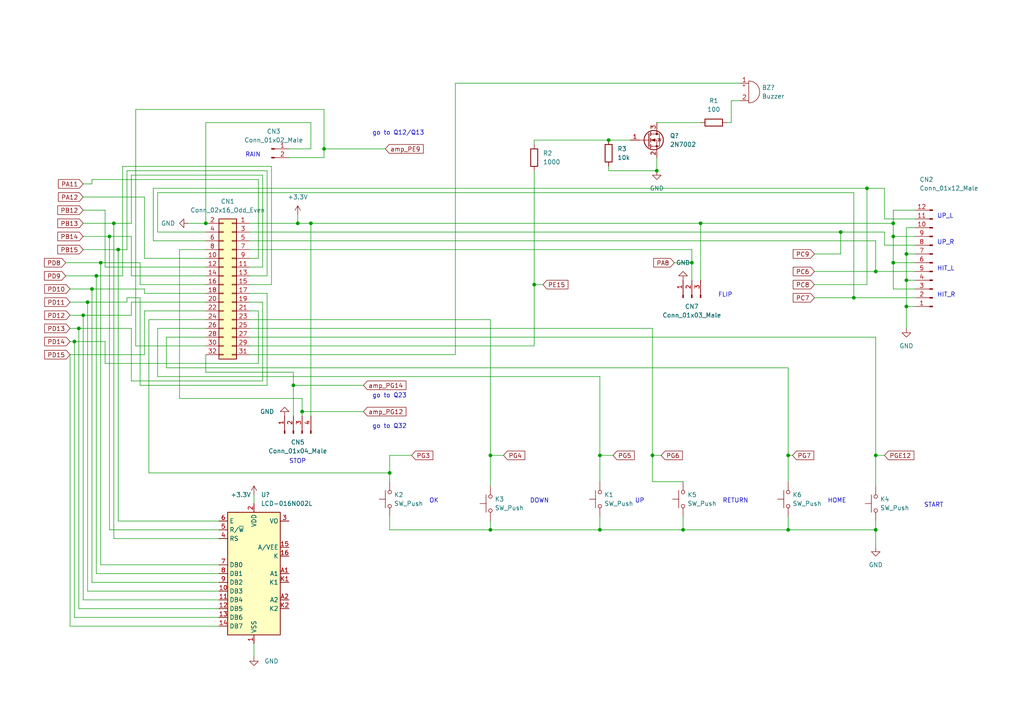
<source format=kicad_sch>
(kicad_sch (version 20231120) (generator "eeschema") (generator_version "8.0")
  (paper "A4")
  (lib_symbols
    (symbol "Connector:Conn_01x02_Male" (pin_names (offset 1.016) hide)
      (property "Reference" "J" (at 0 2.54 0))
      (property "Value" "Conn_01x02_Male" (at 0 -5.08 0))
      (symbol "Conn_01x02_Male_1_1"
        (polyline (pts (xy 1.27 -2.54) (xy 0.8636 -2.54)) (stroke (width 0.1524)))
        (polyline (pts (xy 1.27 0) (xy 0.8636 0)) (stroke (width 0.1524)))
        (rectangle (start 0.8636 -2.413) (end 0 -2.667) (stroke (width 0.1524)) (fill (type outline)))
        (rectangle (start 0.8636 0.127) (end 0 -0.127) (stroke (width 0.1524)) (fill (type outline)))
        (pin passive line (at 5.08 0 180) (length 3.81) (name "Pin_1") (number "1"))
        (pin passive line (at 5.08 -2.54 180) (length 3.81) (name "Pin_2") (number "2"))
      )
    )
    (symbol "Connector:Conn_01x03_Male" (pin_names (offset 1.016) hide)
      (property "Reference" "J" (at 0 5.08 0))
      (property "Value" "Conn_01x03_Male" (at 0 -5.08 0))
      (symbol "Conn_01x03_Male_1_1"
        (polyline (pts (xy 1.27 -2.54) (xy 0.8636 -2.54)) (stroke (width 0.1524)))
        (polyline (pts (xy 1.27 0) (xy 0.8636 0)) (stroke (width 0.1524)))
        (polyline (pts (xy 1.27 2.54) (xy 0.8636 2.54)) (stroke (width 0.1524)))
        (rectangle (start 0.8636 -2.413) (end 0 -2.667) (stroke (width 0.1524)) (fill (type outline)))
        (rectangle (start 0.8636 0.127) (end 0 -0.127) (stroke (width 0.1524)) (fill (type outline)))
        (rectangle (start 0.8636 2.667) (end 0 2.413) (stroke (width 0.1524)) (fill (type outline)))
        (pin passive line (at 5.08 2.54 180) (length 3.81) (name "Pin_1") (number "1"))
        (pin passive line (at 5.08 0 180) (length 3.81) (name "Pin_2") (number "2"))
        (pin passive line (at 5.08 -2.54 180) (length 3.81) (name "Pin_3") (number "3"))
      )
    )
    (symbol "Connector:Conn_01x04_Male" (pin_names (offset 1.016) hide)
      (property "Reference" "J" (at 0 5.08 0))
      (property "Value" "Conn_01x04_Male" (at 0 -7.62 0))
      (symbol "Conn_01x04_Male_1_1"
        (polyline (pts (xy 1.27 -5.08) (xy 0.8636 -5.08)) (stroke (width 0.1524)))
        (polyline (pts (xy 1.27 -2.54) (xy 0.8636 -2.54)) (stroke (width 0.1524)))
        (polyline (pts (xy 1.27 0) (xy 0.8636 0)) (stroke (width 0.1524)))
        (polyline (pts (xy 1.27 2.54) (xy 0.8636 2.54)) (stroke (width 0.1524)))
        (rectangle (start 0.8636 -4.953) (end 0 -5.207) (stroke (width 0.1524)) (fill (type outline)))
        (rectangle (start 0.8636 -2.413) (end 0 -2.667) (stroke (width 0.1524)) (fill (type outline)))
        (rectangle (start 0.8636 0.127) (end 0 -0.127) (stroke (width 0.1524)) (fill (type outline)))
        (rectangle (start 0.8636 2.667) (end 0 2.413) (stroke (width 0.1524)) (fill (type outline)))
        (pin passive line (at 5.08 2.54 180) (length 3.81) (name "Pin_1") (number "1"))
        (pin passive line (at 5.08 0 180) (length 3.81) (name "Pin_2") (number "2"))
        (pin passive line (at 5.08 -2.54 180) (length 3.81) (name "Pin_3") (number "3"))
        (pin passive line (at 5.08 -5.08 180) (length 3.81) (name "Pin_4") (number "4"))
      )
    )
    (symbol "Connector:Conn_01x12_Male" (pin_names (offset 1.016) hide)
      (property "Reference" "J" (at 0 15.24 0))
      (property "Value" "Conn_01x12_Male" (at 0 -17.78 0))
      (symbol "Conn_01x12_Male_1_1"
        (polyline (pts (xy 1.27 -15.24) (xy 0.8636 -15.24)) (stroke (width 0.1524)))
        (polyline (pts (xy 1.27 -12.7) (xy 0.8636 -12.7)) (stroke (width 0.1524)))
        (polyline (pts (xy 1.27 -10.16) (xy 0.8636 -10.16)) (stroke (width 0.1524)))
        (polyline (pts (xy 1.27 -7.62) (xy 0.8636 -7.62)) (stroke (width 0.1524)))
        (polyline (pts (xy 1.27 -5.08) (xy 0.8636 -5.08)) (stroke (width 0.1524)))
        (polyline (pts (xy 1.27 -2.54) (xy 0.8636 -2.54)) (stroke (width 0.1524)))
        (polyline (pts (xy 1.27 0) (xy 0.8636 0)) (stroke (width 0.1524)))
        (polyline (pts (xy 1.27 2.54) (xy 0.8636 2.54)) (stroke (width 0.1524)))
        (polyline (pts (xy 1.27 5.08) (xy 0.8636 5.08)) (stroke (width 0.1524)))
        (polyline (pts (xy 1.27 7.62) (xy 0.8636 7.62)) (stroke (width 0.1524)))
        (polyline (pts (xy 1.27 10.16) (xy 0.8636 10.16)) (stroke (width 0.1524)))
        (polyline (pts (xy 1.27 12.7) (xy 0.8636 12.7)) (stroke (width 0.1524)))
        (rectangle (start 0.8636 -15.113) (end 0 -15.367) (stroke (width 0.1524)) (fill (type outline)))
        (rectangle (start 0.8636 -12.573) (end 0 -12.827) (stroke (width 0.1524)) (fill (type outline)))
        (rectangle (start 0.8636 -10.033) (end 0 -10.287) (stroke (width 0.1524)) (fill (type outline)))
        (rectangle (start 0.8636 -7.493) (end 0 -7.747) (stroke (width 0.1524)) (fill (type outline)))
        (rectangle (start 0.8636 -4.953) (end 0 -5.207) (stroke (width 0.1524)) (fill (type outline)))
        (rectangle (start 0.8636 -2.413) (end 0 -2.667) (stroke (width 0.1524)) (fill (type outline)))
        (rectangle (start 0.8636 0.127) (end 0 -0.127) (stroke (width 0.1524)) (fill (type outline)))
        (rectangle (start 0.8636 2.667) (end 0 2.413) (stroke (width 0.1524)) (fill (type outline)))
        (rectangle (start 0.8636 5.207) (end 0 4.953) (stroke (width 0.1524)) (fill (type outline)))
        (rectangle (start 0.8636 7.747) (end 0 7.493) (stroke (width 0.1524)) (fill (type outline)))
        (rectangle (start 0.8636 10.287) (end 0 10.033) (stroke (width 0.1524)) (fill (type outline)))
        (rectangle (start 0.8636 12.827) (end 0 12.573) (stroke (width 0.1524)) (fill (type outline)))
        (pin passive line (at 5.08 12.7 180) (length 3.81) (name "Pin_1") (number "1"))
        (pin passive line (at 5.08 -10.16 180) (length 3.81) (name "Pin_10") (number "10"))
        (pin passive line (at 5.08 -12.7 180) (length 3.81) (name "Pin_11") (number "11"))
        (pin passive line (at 5.08 -15.24 180) (length 3.81) (name "Pin_12") (number "12"))
        (pin passive line (at 5.08 10.16 180) (length 3.81) (name "Pin_2") (number "2"))
        (pin passive line (at 5.08 7.62 180) (length 3.81) (name "Pin_3") (number "3"))
        (pin passive line (at 5.08 5.08 180) (length 3.81) (name "Pin_4") (number "4"))
        (pin passive line (at 5.08 2.54 180) (length 3.81) (name "Pin_5") (number "5"))
        (pin passive line (at 5.08 0 180) (length 3.81) (name "Pin_6") (number "6"))
        (pin passive line (at 5.08 -2.54 180) (length 3.81) (name "Pin_7") (number "7"))
        (pin passive line (at 5.08 -5.08 180) (length 3.81) (name "Pin_8") (number "8"))
        (pin passive line (at 5.08 -7.62 180) (length 3.81) (name "Pin_9") (number "9"))
      )
    )
    (symbol "Connector_Generic:Conn_02x16_Odd_Even" (pin_names (offset 1.016) hide)
      (property "Reference" "J" (at 1.27 20.32 0))
      (property "Value" "Conn_02x16_Odd_Even" (at 1.27 -22.86 0))
      (symbol "Conn_02x16_Odd_Even_1_1"
        (rectangle (start -1.27 -20.193) (end 0 -20.447) (stroke (width 0.1524)))
        (rectangle (start -1.27 -17.653) (end 0 -17.907) (stroke (width 0.1524)))
        (rectangle (start -1.27 -15.113) (end 0 -15.367) (stroke (width 0.1524)))
        (rectangle (start -1.27 -12.573) (end 0 -12.827) (stroke (width 0.1524)))
        (rectangle (start -1.27 -10.033) (end 0 -10.287) (stroke (width 0.1524)))
        (rectangle (start -1.27 -7.493) (end 0 -7.747) (stroke (width 0.1524)))
        (rectangle (start -1.27 -4.953) (end 0 -5.207) (stroke (width 0.1524)))
        (rectangle (start -1.27 -2.413) (end 0 -2.667) (stroke (width 0.1524)))
        (rectangle (start -1.27 0.127) (end 0 -0.127) (stroke (width 0.1524)))
        (rectangle (start -1.27 2.667) (end 0 2.413) (stroke (width 0.1524)))
        (rectangle (start -1.27 5.207) (end 0 4.953) (stroke (width 0.1524)))
        (rectangle (start -1.27 7.747) (end 0 7.493) (stroke (width 0.1524)))
        (rectangle (start -1.27 10.287) (end 0 10.033) (stroke (width 0.1524)))
        (rectangle (start -1.27 12.827) (end 0 12.573) (stroke (width 0.1524)))
        (rectangle (start -1.27 15.367) (end 0 15.113) (stroke (width 0.1524)))
        (rectangle (start -1.27 17.907) (end 0 17.653) (stroke (width 0.1524)))
        (rectangle (start -1.27 19.05) (end 3.81 -21.59) (stroke (width 0.254)) (fill (type background)))
        (rectangle (start 3.81 -20.193) (end 2.54 -20.447) (stroke (width 0.1524)))
        (rectangle (start 3.81 -17.653) (end 2.54 -17.907) (stroke (width 0.1524)))
        (rectangle (start 3.81 -15.113) (end 2.54 -15.367) (stroke (width 0.1524)))
        (rectangle (start 3.81 -12.573) (end 2.54 -12.827) (stroke (width 0.1524)))
        (rectangle (start 3.81 -10.033) (end 2.54 -10.287) (stroke (width 0.1524)))
        (rectangle (start 3.81 -7.493) (end 2.54 -7.747) (stroke (width 0.1524)))
        (rectangle (start 3.81 -4.953) (end 2.54 -5.207) (stroke (width 0.1524)))
        (rectangle (start 3.81 -2.413) (end 2.54 -2.667) (stroke (width 0.1524)))
        (rectangle (start 3.81 0.127) (end 2.54 -0.127) (stroke (width 0.1524)))
        (rectangle (start 3.81 2.667) (end 2.54 2.413) (stroke (width 0.1524)))
        (rectangle (start 3.81 5.207) (end 2.54 4.953) (stroke (width 0.1524)))
        (rectangle (start 3.81 7.747) (end 2.54 7.493) (stroke (width 0.1524)))
        (rectangle (start 3.81 10.287) (end 2.54 10.033) (stroke (width 0.1524)))
        (rectangle (start 3.81 12.827) (end 2.54 12.573) (stroke (width 0.1524)))
        (rectangle (start 3.81 15.367) (end 2.54 15.113) (stroke (width 0.1524)))
        (rectangle (start 3.81 17.907) (end 2.54 17.653) (stroke (width 0.1524)))
        (pin passive line (at -5.08 17.78 0) (length 3.81) (name "Pin_1") (number "1"))
        (pin passive line (at 7.62 7.62 180) (length 3.81) (name "Pin_10") (number "10"))
        (pin passive line (at -5.08 5.08 0) (length 3.81) (name "Pin_11") (number "11"))
        (pin passive line (at 7.62 5.08 180) (length 3.81) (name "Pin_12") (number "12"))
        (pin passive line (at -5.08 2.54 0) (length 3.81) (name "Pin_13") (number "13"))
        (pin passive line (at 7.62 2.54 180) (length 3.81) (name "Pin_14") (number "14"))
        (pin passive line (at -5.08 0 0) (length 3.81) (name "Pin_15") (number "15"))
        (pin passive line (at 7.62 0 180) (length 3.81) (name "Pin_16") (number "16"))
        (pin passive line (at -5.08 -2.54 0) (length 3.81) (name "Pin_17") (number "17"))
        (pin passive line (at 7.62 -2.54 180) (length 3.81) (name "Pin_18") (number "18"))
        (pin passive line (at -5.08 -5.08 0) (length 3.81) (name "Pin_19") (number "19"))
        (pin passive line (at 7.62 17.78 180) (length 3.81) (name "Pin_2") (number "2"))
        (pin passive line (at 7.62 -5.08 180) (length 3.81) (name "Pin_20") (number "20"))
        (pin passive line (at -5.08 -7.62 0) (length 3.81) (name "Pin_21") (number "21"))
        (pin passive line (at 7.62 -7.62 180) (length 3.81) (name "Pin_22") (number "22"))
        (pin passive line (at -5.08 -10.16 0) (length 3.81) (name "Pin_23") (number "23"))
        (pin passive line (at 7.62 -10.16 180) (length 3.81) (name "Pin_24") (number "24"))
        (pin passive line (at -5.08 -12.7 0) (length 3.81) (name "Pin_25") (number "25"))
        (pin passive line (at 7.62 -12.7 180) (length 3.81) (name "Pin_26") (number "26"))
        (pin passive line (at -5.08 -15.24 0) (length 3.81) (name "Pin_27") (number "27"))
        (pin passive line (at 7.62 -15.24 180) (length 3.81) (name "Pin_28") (number "28"))
        (pin passive line (at -5.08 -17.78 0) (length 3.81) (name "Pin_29") (number "29"))
        (pin passive line (at -5.08 15.24 0) (length 3.81) (name "Pin_3") (number "3"))
        (pin passive line (at 7.62 -17.78 180) (length 3.81) (name "Pin_30") (number "30"))
        (pin passive line (at -5.08 -20.32 0) (length 3.81) (name "Pin_31") (number "31"))
        (pin passive line (at 7.62 -20.32 180) (length 3.81) (name "Pin_32") (number "32"))
        (pin passive line (at 7.62 15.24 180) (length 3.81) (name "Pin_4") (number "4"))
        (pin passive line (at -5.08 12.7 0) (length 3.81) (name "Pin_5") (number "5"))
        (pin passive line (at 7.62 12.7 180) (length 3.81) (name "Pin_6") (number "6"))
        (pin passive line (at -5.08 10.16 0) (length 3.81) (name "Pin_7") (number "7"))
        (pin passive line (at 7.62 10.16 180) (length 3.81) (name "Pin_8") (number "8"))
        (pin passive line (at -5.08 7.62 0) (length 3.81) (name "Pin_9") (number "9"))
      )
    )
    (symbol "Device:Buzzer" (pin_names (offset 0.0254) hide)
      (property "Reference" "BZ" (at 3.81 1.27 0))
      (property "Value" "Buzzer" (at 3.81 -1.27 0))
      (symbol "Buzzer_0_1"
        (arc (start 0 -3.175) (mid 3.1612 0) (end 0 3.175))
        (polyline (pts (xy -1.651 1.905) (xy -1.143 1.905)))
        (polyline (pts (xy -1.397 2.159) (xy -1.397 1.651)))
        (polyline (pts (xy 0 3.175) (xy 0 -3.175)))
      )
      (symbol "Buzzer_1_1"
        (pin passive line (at -2.54 2.54 0) (length 2.54) (name "-") (number "1"))
        (pin passive line (at -2.54 -2.54 0) (length 2.54) (name "+") (number "2"))
      )
    )
    (symbol "Device:R" (pin_numbers hide) (pin_names (offset 0))
      (property "Reference" "R" (at 2.032 0 90))
      (property "Value" "R" (at 0 0 90))
      (symbol "R_0_1"
        (rectangle (start -1.016 -2.54) (end 1.016 2.54) (stroke (width 0.254)))
      )
      (symbol "R_1_1"
        (pin passive line (at 0 3.81 270) (length 1.27) (name "~") (number "1"))
        (pin passive line (at 0 -3.81 90) (length 1.27) (name "~") (number "2"))
      )
    )
    (symbol "Display_Character:LCD-016N002L"
      (property "Reference" "U" (at -6.35 18.796 0))
      (property "Value" "LCD-016N002L" (at 8.636 18.796 0))
      (symbol "LCD-016N002L_1_1"
        (rectangle (start -7.62 17.78) (end 7.62 -17.78) (stroke (width 0.254)) (fill (type background)))
        (pin power_in line (at 0 -20.32 90) (length 2.54) (name "VSS") (number "1"))
        (pin bidirectional line (at -10.16 -5.08 0) (length 2.54) (name "DB3") (number "10"))
        (pin bidirectional line (at -10.16 -7.62 0) (length 2.54) (name "DB4") (number "11"))
        (pin bidirectional line (at -10.16 -10.16 0) (length 2.54) (name "DB5") (number "12"))
        (pin bidirectional line (at -10.16 -12.7 0) (length 2.54) (name "DB6") (number "13"))
        (pin bidirectional line (at -10.16 -15.24 0) (length 2.54) (name "DB7") (number "14"))
        (pin power_in line (at 10.16 7.62 180) (length 2.54) (name "A/VEE") (number "15"))
        (pin power_in line (at 10.16 5.08 180) (length 2.54) (name "K") (number "16"))
        (pin power_in line (at 0 20.32 270) (length 2.54) (name "VDD") (number "2"))
        (pin input line (at 10.16 15.24 180) (length 2.54) (name "VO") (number "3"))
        (pin input line (at -10.16 10.16 0) (length 2.54) (name "RS") (number "4"))
        (pin input line (at -10.16 12.7 0) (length 2.54) (name "R/~{W}") (number "5"))
        (pin input line (at -10.16 15.24 0) (length 2.54) (name "E") (number "6"))
        (pin bidirectional line (at -10.16 2.54 0) (length 2.54) (name "DB0") (number "7"))
        (pin bidirectional line (at -10.16 0 0) (length 2.54) (name "DB1") (number "8"))
        (pin bidirectional line (at -10.16 -2.54 0) (length 2.54) (name "DB2") (number "9"))
        (pin power_in line (at 10.16 0 180) (length 2.54) (name "A1") (number "A1"))
        (pin power_in line (at 10.16 -7.62 180) (length 2.54) (name "A2") (number "A2"))
        (pin power_in line (at 10.16 -2.54 180) (length 2.54) (name "K1") (number "K1"))
        (pin power_in line (at 10.16 -10.16 180) (length 2.54) (name "K2") (number "K2"))
      )
    )
    (symbol "Switch:SW_Push" (pin_numbers hide) (pin_names (offset 1.016) hide)
      (property "Reference" "SW" (at 1.27 2.54 0))
      (property "Value" "SW_Push" (at 0 -1.524 0))
      (symbol "SW_Push_0_1"
        (circle (center -2.032 0) (radius 0.508))
        (polyline (pts (xy 0 1.27) (xy 0 3.048)))
        (polyline (pts (xy 2.54 1.27) (xy -2.54 1.27)))
        (circle (center 2.032 0) (radius 0.508))
        (pin passive line (at -5.08 0 0) (length 2.54) (name "1") (number "1"))
        (pin passive line (at 5.08 0 180) (length 2.54) (name "2") (number "2"))
      )
    )
    (symbol "Transistor_FET:2N7002" (pin_names hide)
      (property "Reference" "Q" (at 5.08 1.905 0))
      (property "Value" "2N7002" (at 5.08 0 0))
      (symbol "2N7002_0_1"
        (polyline (pts (xy 0.254 0) (xy -2.54 0)))
        (polyline (pts (xy 0.254 1.905) (xy 0.254 -1.905)) (stroke (width 0.254)))
        (polyline (pts (xy 0.762 -1.27) (xy 0.762 -2.286)) (stroke (width 0.254)))
        (polyline (pts (xy 0.762 0.508) (xy 0.762 -0.508)) (stroke (width 0.254)))
        (polyline (pts (xy 0.762 2.286) (xy 0.762 1.27)) (stroke (width 0.254)))
        (polyline (pts (xy 2.54 2.54) (xy 2.54 1.778)))
        (polyline (pts (xy 2.54 -2.54) (xy 2.54 0) (xy 0.762 0)))
        (polyline (pts (xy 0.762 -1.778) (xy 3.302 -1.778) (xy 3.302 1.778) (xy 0.762 1.778)))
        (polyline (pts (xy 1.016 0) (xy 2.032 0.381) (xy 2.032 -0.381) (xy 1.016 0)) (fill (type outline)))
        (polyline (pts (xy 2.794 0.508) (xy 2.921 0.381) (xy 3.683 0.381) (xy 3.81 0.254)))
        (polyline (pts (xy 3.302 0.381) (xy 2.921 -0.254) (xy 3.683 -0.254) (xy 3.302 0.381)))
        (circle (center 1.651 0) (radius 2.794) (stroke (width 0.254)))
        (circle (center 2.54 -1.778) (radius 0.254) (fill (type outline)))
        (circle (center 2.54 1.778) (radius 0.254) (fill (type outline)))
      )
      (symbol "2N7002_1_1"
        (pin input line (at -5.08 0 0) (length 2.54) (name "G") (number "1"))
        (pin passive line (at 2.54 -5.08 90) (length 2.54) (name "S") (number "2"))
        (pin passive line (at 2.54 5.08 270) (length 2.54) (name "D") (number "3"))
      )
    )
    (symbol "power:+3.3V" (power) (pin_names (offset 0))
      (property "Value" "+3.3V" (at 0 3.556 0))
      (symbol "+3.3V_0_1"
        (polyline (pts (xy -0.762 1.27) (xy 0 2.54)))
        (polyline (pts (xy 0 0) (xy 0 2.54)))
        (polyline (pts (xy 0 2.54) (xy 0.762 1.27)))
      )
      (symbol "+3.3V_1_1"
        (pin power_in line (at 0 0 90) (length 0) hide (name "+3.3V") (number "1"))
      )
    )
    (symbol "power:GND" (power) (pin_names (offset 0))
      (property "Value" "GND" (at 0 -3.81 0))
      (symbol "GND_0_1"
        (polyline (pts (xy 0 0) (xy 0 -1.27) (xy 1.27 -1.27) (xy 0 -2.54) (xy -1.27 -1.27) (xy 0 -1.27)))
      )
      (symbol "GND_1_1"
        (pin power_in line (at 0 0 270) (length 0) hide (name "GND") (number "1"))
      )
    )
  )
  (junction (at 254 153.67))
  (junction (at 90.17 64.77))
  (junction (at 142.24 153.67))
  (junction (at 173.99 153.67))
  (junction (at 198.12 153.67))
  (junction (at 189.23 132.08))
  (junction (at 259.08 68.58))
  (junction (at 25.4 87.63))
  (junction (at 262.89 81.28))
  (junction (at 85.09 111.76))
  (junction (at 254 78.74))
  (junction (at 87.63 119.38))
  (junction (at 22.86 95.25))
  (junction (at 33.02 64.77))
  (junction (at 228.6 153.67))
  (junction (at 262.89 88.9))
  (junction (at 243.84 67.31))
  (junction (at 228.6 132.08))
  (junction (at 24.13 91.44))
  (junction (at 251.46 54.61))
  (junction (at 259.08 64.77))
  (junction (at 34.29 72.39))
  (junction (at 176.53 40.64))
  (junction (at 203.2 64.77))
  (junction (at 26.67 83.82))
  (junction (at 59.69 64.77))
  (junction (at 142.24 132.08))
  (junction (at 254 132.08))
  (junction (at 113.03 137.16))
  (junction (at 154.94 82.55))
  (junction (at 86.36 64.77))
  (junction (at 29.21 76.2))
  (junction (at 247.65 86.36))
  (junction (at 262.89 73.66))
  (junction (at 200.66 76.2))
  (junction (at 93.98 43.18))
  (junction (at 173.99 132.08))
  (junction (at 27.94 80.01))
  (junction (at 21.59 99.06))
  (junction (at 31.75 68.58))
  (junction (at 190.5 49.53))
  (junction (at 259.08 76.2))
  (wire (pts (xy 38.1 64.77) (xy 33.02 64.77)))
  (wire (pts (xy 256.54 54.61) (xy 256.54 63.5)))
  (wire (pts (xy 72.39 74.93) (xy 74.93 74.93)))
  (wire (pts (xy 256.54 63.5) (xy 265.43 63.5)))
  (wire (pts (xy 30.48 77.47) (xy 30.48 60.96)))
  (wire (pts (xy 34.29 72.39) (xy 34.29 151.13)))
  (wire (pts (xy 236.22 73.66) (xy 243.84 73.66)))
  (wire (pts (xy 19.05 76.2) (xy 29.21 76.2)))
  (wire (pts (xy 228.6 132.08) (xy 228.6 139.7)))
  (wire (pts (xy 77.47 80.01) (xy 77.47 49.53)))
  (wire (pts (xy 251.46 54.61) (xy 256.54 54.61)))
  (wire (pts (xy 63.5 163.83) (xy 29.21 163.83)))
  (wire (pts (xy 30.48 105.41) (xy 30.48 99.06)))
  (wire (pts (xy 26.67 53.34) (xy 24.13 53.34)))
  (wire (pts (xy 72.39 100.33) (xy 154.94 100.33)))
  (wire (pts (xy 154.94 82.55) (xy 157.48 82.55)))
  (wire (pts (xy 189.23 139.7) (xy 198.12 139.7)))
  (wire (pts (xy 85.09 107.95) (xy 85.09 111.76)))
  (wire (pts (xy 90.17 64.77) (xy 90.17 120.65)))
  (wire (pts (xy 87.63 115.57) (xy 87.63 119.38)))
  (wire (pts (xy 63.5 168.91) (xy 26.67 168.91)))
  (wire (pts (xy 41.91 90.17) (xy 59.69 90.17)))
  (wire (pts (xy 259.08 68.58) (xy 259.08 76.2)))
  (wire (pts (xy 24.13 91.44) (xy 38.1 91.44)))
  (wire (pts (xy 25.4 171.45) (xy 25.4 87.63)))
  (wire (pts (xy 36.83 72.39) (xy 34.29 72.39)))
  (wire (pts (xy 198.12 153.67) (xy 228.6 153.67)))
  (wire (pts (xy 78.74 48.26) (xy 35.56 48.26)))
  (wire (pts (xy 76.2 50.8) (xy 38.1 50.8)))
  (wire (pts (xy 113.03 149.86) (xy 113.03 153.67)))
  (wire (pts (xy 154.94 49.53) (xy 154.94 82.55)))
  (wire (pts (xy 198.12 149.86) (xy 198.12 153.67)))
  (wire (pts (xy 59.69 35.56) (xy 59.69 64.77)))
  (wire (pts (xy 254 97.79) (xy 254 132.08)))
  (wire (pts (xy 142.24 132.08) (xy 146.05 132.08)))
  (wire (pts (xy 24.13 173.99) (xy 24.13 91.44)))
  (wire (pts (xy 243.84 73.66) (xy 243.84 67.31)))
  (wire (pts (xy 36.83 49.53) (xy 36.83 72.39)))
  (wire (pts (xy 31.75 68.58) (xy 24.13 68.58)))
  (wire (pts (xy 63.5 171.45) (xy 25.4 171.45)))
  (wire (pts (xy 176.53 48.26) (xy 176.53 49.53)))
  (wire (pts (xy 36.83 86.36) (xy 40.64 86.36)))
  (wire (pts (xy 59.69 85.09) (xy 41.91 85.09)))
  (wire (pts (xy 119.38 132.08) (xy 113.03 132.08)))
  (wire (pts (xy 83.82 43.18) (xy 90.17 43.18)))
  (wire (pts (xy 83.82 45.72) (xy 93.98 45.72)))
  (wire (pts (xy 182.88 40.64) (xy 176.53 40.64)))
  (wire (pts (xy 265.43 68.58) (xy 259.08 68.58)))
  (wire (pts (xy 35.56 80.01) (xy 27.94 80.01)))
  (wire (pts (xy 36.83 87.63) (xy 36.83 86.36)))
  (wire (pts (xy 30.48 99.06) (xy 21.59 99.06)))
  (wire (pts (xy 256.54 67.31) (xy 256.54 71.12)))
  (wire (pts (xy 210.82 35.56) (xy 212.09 35.56)))
  (wire (pts (xy 26.67 168.91) (xy 26.67 83.82)))
  (wire (pts (xy 72.39 69.85) (xy 254 69.85)))
  (wire (pts (xy 90.17 43.18) (xy 90.17 35.56)))
  (wire (pts (xy 63.5 173.99) (xy 24.13 173.99)))
  (wire (pts (xy 34.29 72.39) (xy 24.13 72.39)))
  (wire (pts (xy 59.69 95.25) (xy 45.72 95.25)))
  (wire (pts (xy 142.24 151.13) (xy 142.24 153.67)))
  (wire (pts (xy 254 97.79) (xy 72.39 97.79)))
  (wire (pts (xy 173.99 149.86) (xy 173.99 153.67)))
  (wire (pts (xy 52.07 72.39) (xy 52.07 115.57)))
  (wire (pts (xy 142.24 132.08) (xy 142.24 140.97)))
  (wire (pts (xy 74.93 52.07) (xy 26.67 52.07)))
  (wire (pts (xy 59.69 102.87) (xy 59.69 107.95)))
  (wire (pts (xy 113.03 137.16) (xy 113.03 139.7)))
  (wire (pts (xy 63.5 166.37) (xy 27.94 166.37)))
  (wire (pts (xy 72.39 102.87) (xy 132.08 102.87)))
  (wire (pts (xy 77.47 49.53) (xy 36.83 49.53)))
  (wire (pts (xy 41.91 90.17) (xy 41.91 102.87)))
  (wire (pts (xy 195.58 76.2) (xy 200.66 76.2)))
  (wire (pts (xy 38.1 110.49) (xy 38.1 95.25)))
  (wire (pts (xy 41.91 85.09) (xy 41.91 83.82)))
  (wire (pts (xy 173.99 153.67) (xy 198.12 153.67)))
  (wire (pts (xy 40.64 76.2) (xy 40.64 82.55)))
  (wire (pts (xy 20.32 95.25) (xy 22.86 95.25)))
  (wire (pts (xy 86.36 62.23) (xy 86.36 64.77)))
  (wire (pts (xy 77.47 85.09) (xy 77.47 111.76)))
  (wire (pts (xy 93.98 31.75) (xy 93.98 43.18)))
  (wire (pts (xy 43.18 92.71) (xy 43.18 137.16)))
  (wire (pts (xy 87.63 119.38) (xy 105.41 119.38)))
  (wire (pts (xy 44.45 54.61) (xy 251.46 54.61)))
  (wire (pts (xy 262.89 81.28) (xy 262.89 88.9)))
  (wire (pts (xy 31.75 153.67) (xy 31.75 68.58)))
  (wire (pts (xy 203.2 64.77) (xy 259.08 64.77)))
  (wire (pts (xy 22.86 176.53) (xy 22.86 95.25)))
  (wire (pts (xy 36.83 87.63) (xy 25.4 87.63)))
  (wire (pts (xy 189.23 132.08) (xy 189.23 139.7)))
  (wire (pts (xy 43.18 137.16) (xy 113.03 137.16)))
  (wire (pts (xy 59.69 77.47) (xy 30.48 77.47)))
  (wire (pts (xy 265.43 60.96) (xy 259.08 60.96)))
  (wire (pts (xy 63.5 176.53) (xy 22.86 176.53)))
  (wire (pts (xy 256.54 71.12) (xy 265.43 71.12)))
  (wire (pts (xy 228.6 132.08) (xy 229.87 132.08)))
  (wire (pts (xy 72.39 64.77) (xy 86.36 64.77)))
  (wire (pts (xy 265.43 66.04) (xy 262.89 66.04)))
  (wire (pts (xy 39.37 31.75) (xy 39.37 100.33)))
  (wire (pts (xy 73.66 186.69) (xy 73.66 190.5)))
  (wire (pts (xy 20.32 83.82) (xy 26.67 83.82)))
  (wire (pts (xy 26.67 52.07) (xy 26.67 53.34)))
  (wire (pts (xy 35.56 48.26) (xy 35.56 80.01)))
  (wire (pts (xy 200.66 76.2) (xy 200.66 81.28)))
  (wire (pts (xy 254 151.13) (xy 254 153.67)))
  (wire (pts (xy 247.65 55.88) (xy 247.65 86.36)))
  (wire (pts (xy 45.72 95.25) (xy 45.72 109.22)))
  (wire (pts (xy 212.09 29.21) (xy 212.09 35.56)))
  (wire (pts (xy 176.53 49.53) (xy 190.5 49.53)))
  (wire (pts (xy 113.03 132.08) (xy 113.03 137.16)))
  (wire (pts (xy 254 69.85) (xy 254 78.74)))
  (wire (pts (xy 72.39 72.39) (xy 200.66 72.39)))
  (wire (pts (xy 265.43 83.82) (xy 259.08 83.82)))
  (wire (pts (xy 132.08 24.13) (xy 214.63 24.13)))
  (wire (pts (xy 259.08 76.2) (xy 265.43 76.2)))
  (wire (pts (xy 142.24 153.67) (xy 113.03 153.67)))
  (wire (pts (xy 30.48 105.41) (xy 74.93 105.41)))
  (wire (pts (xy 85.09 111.76) (xy 105.41 111.76)))
  (wire (pts (xy 72.39 95.25) (xy 189.23 95.25)))
  (wire (pts (xy 45.72 67.31) (xy 59.69 67.31)))
  (wire (pts (xy 54.61 64.77) (xy 59.69 64.77)))
  (wire (pts (xy 59.69 69.85) (xy 44.45 69.85)))
  (wire (pts (xy 189.23 132.08) (xy 191.77 132.08)))
  (wire (pts (xy 40.64 86.36) (xy 40.64 111.76)))
  (wire (pts (xy 52.07 115.57) (xy 87.63 115.57)))
  (wire (pts (xy 142.24 92.71) (xy 142.24 132.08)))
  (wire (pts (xy 59.69 92.71) (xy 43.18 92.71)))
  (wire (pts (xy 173.99 132.08) (xy 177.8 132.08)))
  (wire (pts (xy 72.39 80.01) (xy 77.47 80.01)))
  (wire (pts (xy 20.32 102.87) (xy 20.32 181.61)))
  (wire (pts (xy 34.29 151.13) (xy 63.5 151.13)))
  (wire (pts (xy 190.5 45.72) (xy 190.5 49.53)))
  (wire (pts (xy 200.66 72.39) (xy 200.66 76.2)))
  (wire (pts (xy 262.89 88.9) (xy 265.43 88.9)))
  (wire (pts (xy 262.89 66.04) (xy 262.89 73.66)))
  (wire (pts (xy 22.86 95.25) (xy 38.1 95.25)))
  (wire (pts (xy 76.2 77.47) (xy 76.2 50.8)))
  (wire (pts (xy 63.5 179.07) (xy 21.59 179.07)))
  (wire (pts (xy 251.46 54.61) (xy 251.46 82.55)))
  (wire (pts (xy 59.69 72.39) (xy 52.07 72.39)))
  (wire (pts (xy 40.64 82.55) (xy 59.69 82.55)))
  (wire (pts (xy 27.94 80.01) (xy 19.05 80.01)))
  (wire (pts (xy 72.39 92.71) (xy 142.24 92.71)))
  (wire (pts (xy 111.76 43.18) (xy 93.98 43.18)))
  (wire (pts (xy 72.39 90.17) (xy 74.93 90.17)))
  (wire (pts (xy 259.08 60.96) (xy 259.08 64.77)))
  (wire (pts (xy 173.99 109.22) (xy 173.99 132.08)))
  (wire (pts (xy 247.65 86.36) (xy 265.43 86.36)))
  (wire (pts (xy 76.2 87.63) (xy 76.2 110.49)))
  (wire (pts (xy 72.39 67.31) (xy 243.84 67.31)))
  (wire (pts (xy 214.63 29.21) (xy 212.09 29.21)))
  (wire (pts (xy 72.39 85.09) (xy 77.47 85.09)))
  (wire (pts (xy 30.48 60.96) (xy 24.13 60.96)))
  (wire (pts (xy 29.21 76.2) (xy 40.64 76.2)))
  (wire (pts (xy 33.02 64.77) (xy 33.02 156.21)))
  (wire (pts (xy 93.98 31.75) (xy 39.37 31.75)))
  (wire (pts (xy 86.36 64.77) (xy 90.17 64.77)))
  (wire (pts (xy 33.02 64.77) (xy 24.13 64.77)))
  (wire (pts (xy 41.91 74.93) (xy 59.69 74.93)))
  (wire (pts (xy 85.09 107.95) (xy 59.69 107.95)))
  (wire (pts (xy 63.5 153.67) (xy 31.75 153.67)))
  (wire (pts (xy 142.24 153.67) (xy 173.99 153.67)))
  (wire (pts (xy 72.39 77.47) (xy 76.2 77.47)))
  (wire (pts (xy 48.26 97.79) (xy 48.26 106.68)))
  (wire (pts (xy 38.1 110.49) (xy 76.2 110.49)))
  (wire (pts (xy 33.02 156.21) (xy 63.5 156.21)))
  (wire (pts (xy 236.22 82.55) (xy 251.46 82.55)))
  (wire (pts (xy 21.59 99.06) (xy 21.59 179.07)))
  (wire (pts (xy 72.39 87.63) (xy 76.2 87.63)))
  (wire (pts (xy 265.43 73.66) (xy 262.89 73.66)))
  (wire (pts (xy 27.94 166.37) (xy 27.94 80.01)))
  (wire (pts (xy 59.69 97.79) (xy 48.26 97.79)))
  (wire (pts (xy 39.37 100.33) (xy 59.69 100.33)))
  (wire (pts (xy 74.93 90.17) (xy 74.93 105.41)))
  (wire (pts (xy 93.98 43.18) (xy 93.98 45.72)))
  (wire (pts (xy 38.1 50.8) (xy 38.1 64.77)))
  (wire (pts (xy 44.45 69.85) (xy 44.45 54.61)))
  (wire (pts (xy 20.32 102.87) (xy 41.91 102.87)))
  (wire (pts (xy 259.08 64.77) (xy 259.08 68.58)))
  (wire (pts (xy 72.39 82.55) (xy 78.74 82.55)))
  (wire (pts (xy 189.23 95.25) (xy 189.23 132.08)))
  (wire (pts (xy 190.5 35.56) (xy 203.2 35.56)))
  (wire (pts (xy 20.32 99.06) (xy 21.59 99.06)))
  (wire (pts (xy 45.72 67.31) (xy 45.72 55.88)))
  (wire (pts (xy 265.43 81.28) (xy 262.89 81.28)))
  (wire (pts (xy 87.63 119.38) (xy 87.63 120.65)))
  (wire (pts (xy 20.32 91.44) (xy 24.13 91.44)))
  (wire (pts (xy 38.1 87.63) (xy 38.1 91.44)))
  (wire (pts (xy 228.6 149.86) (xy 228.6 153.67)))
  (wire (pts (xy 38.1 87.63) (xy 59.69 87.63)))
  (wire (pts (xy 236.22 86.36) (xy 247.65 86.36)))
  (wire (pts (xy 254 153.67) (xy 254 158.75)))
  (wire (pts (xy 40.64 111.76) (xy 77.47 111.76)))
  (wire (pts (xy 259.08 76.2) (xy 259.08 83.82)))
  (wire (pts (xy 24.13 57.15) (xy 41.91 57.15)))
  (wire (pts (xy 262.89 88.9) (xy 262.89 95.25)))
  (wire (pts (xy 154.94 82.55) (xy 154.94 100.33)))
  (wire (pts (xy 236.22 78.74) (xy 254 78.74)))
  (wire (pts (xy 154.94 40.64) (xy 154.94 41.91)))
  (wire (pts (xy 154.94 40.64) (xy 176.53 40.64)))
  (wire (pts (xy 25.4 87.63) (xy 20.32 87.63)))
  (wire (pts (xy 85.09 111.76) (xy 85.09 120.65)))
  (wire (pts (xy 173.99 132.08) (xy 173.99 139.7)))
  (wire (pts (xy 38.1 80.01) (xy 38.1 68.58)))
  (wire (pts (xy 90.17 64.77) (xy 203.2 64.77)))
  (wire (pts (xy 38.1 68.58) (xy 31.75 68.58)))
  (wire (pts (xy 41.91 57.15) (xy 41.91 74.93)))
  (wire (pts (xy 90.17 35.56) (xy 59.69 35.56)))
  (wire (pts (xy 45.72 109.22) (xy 173.99 109.22)))
  (wire (pts (xy 132.08 102.87) (xy 132.08 24.13)))
  (wire (pts (xy 228.6 106.68) (xy 228.6 132.08)))
  (wire (pts (xy 254 132.08) (xy 254 140.97)))
  (wire (pts (xy 48.26 106.68) (xy 228.6 106.68)))
  (wire (pts (xy 228.6 153.67) (xy 254 153.67)))
  (wire (pts (xy 74.93 74.93) (xy 74.93 52.07)))
  (wire (pts (xy 29.21 163.83) (xy 29.21 76.2)))
  (wire (pts (xy 78.74 82.55) (xy 78.74 48.26)))
  (wire (pts (xy 254 132.08) (xy 256.54 132.08)))
  (wire (pts (xy 63.5 181.61) (xy 20.32 181.61)))
  (wire (pts (xy 45.72 55.88) (xy 247.65 55.88)))
  (wire (pts (xy 243.84 67.31) (xy 256.54 67.31)))
  (wire (pts (xy 26.67 83.82) (xy 41.91 83.82)))
  (wire (pts (xy 59.69 80.01) (xy 38.1 80.01)))
  (wire (pts (xy 203.2 64.77) (xy 203.2 81.28)))
  (wire (pts (xy 262.89 73.66) (xy 262.89 81.28)))
  (wire (pts (xy 254 78.74) (xy 265.43 78.74)))
  (wire (pts (xy 73.66 143.51) (xy 73.66 146.05)))
  (text "DOWN" (at 153.67 146.05 0) (effects (font (size 1.27 1.27)) (justify left bottom)))
  (text "UP" (at 184.15 146.05 0) (effects (font (size 1.27 1.27)) (justify left bottom)))
  (text "HOME" (at 240.03 146.05 0) (effects (font (size 1.27 1.27)) (justify left bottom)))
  (text "UP_R" (at 271.78 71.12 0) (effects (font (size 1.27 1.27)) (justify left bottom)))
  (text "go to Q32" (at 107.95 124.46 0) (effects (font (size 1.27 1.27)) (justify left bottom)))
  (text "OK" (at 124.46 146.05 0) (effects (font (size 1.27 1.27)) (justify left bottom)))
  (text "STOP" (at 83.82 134.62 0) (effects (font (size 1.27 1.27)) (justify left bottom)))
  (text "go to Q23" (at 107.95 115.57 0) (effects (font (size 1.27 1.27)) (justify left bottom)))
  (text "HIT_R" (at 271.78 86.36 0) (effects (font (size 1.27 1.27)) (justify left bottom)))
  (text "HIT_L" (at 271.78 78.74 0) (effects (font (size 1.27 1.27)) (justify left bottom)))
  (text "START" (at 267.97 147.32 0) (effects (font (size 1.27 1.27)) (justify left bottom)))
  (text "FLIP" (at 208.28 86.36 0) (effects (font (size 1.27 1.27)) (justify left bottom)))
  (text "RAIN" (at 71.12 45.72 0) (effects (font (size 1.27 1.27)) (justify left bottom)))
  (text "RETURN" (at 209.55 146.05 0) (effects (font (size 1.27 1.27)) (justify left bottom)))
  (text "go to Q12/Q13" (at 107.95 39.37 0) (effects (font (size 1.27 1.27)) (justify left bottom)))
  (text "UP_L" (at 271.78 63.5 0) (effects (font (size 1.27 1.27)) (justify left bottom)))
  (global_label "PB12" (shape input) (at 24.13 60.96 180) (property "Intersheetrefs" "${INTERSHEET_REFS}" (effects (hide yes))))
  (global_label "PG7" (shape input) (at 229.87 132.08 0) (property "Intersheetrefs" "${INTERSHEET_REFS}" (effects (hide yes))))
  (global_label "PG3" (shape input) (at 119.38 132.08 0) (property "Intersheetrefs" "${INTERSHEET_REFS}" (effects (hide yes))))
  (global_label "PB14" (shape input) (at 24.13 68.58 180) (property "Intersheetrefs" "${INTERSHEET_REFS}" (effects (hide yes))))
  (global_label "PD13" (shape input) (at 20.32 95.25 180) (property "Intersheetrefs" "${INTERSHEET_REFS}" (effects (hide yes))))
  (global_label "PB13" (shape input) (at 24.13 64.77 180) (property "Intersheetrefs" "${INTERSHEET_REFS}" (effects (hide yes))))
  (global_label "PD15" (shape input) (at 20.32 102.87 180) (property "Intersheetrefs" "${INTERSHEET_REFS}" (effects (hide yes))))
  (global_label "PD14" (shape input) (at 20.32 99.06 180) (property "Intersheetrefs" "${INTERSHEET_REFS}" (effects (hide yes))))
  (global_label "PA11" (shape input) (at 24.13 53.34 180) (property "Intersheetrefs" "${INTERSHEET_REFS}" (effects (hide yes))))
  (global_label "amp_PG14" (shape input) (at 105.41 111.76 0) (property "Intersheetrefs" "${INTERSHEET_REFS}" (effects (hide yes))))
  (global_label "PD9" (shape input) (at 19.05 80.01 180) (property "Intersheetrefs" "${INTERSHEET_REFS}" (effects (hide yes))))
  (global_label "PC6" (shape input) (at 236.22 78.74 180) (property "Intersheetrefs" "${INTERSHEET_REFS}" (effects (hide yes))))
  (global_label "PD10" (shape input) (at 20.32 83.82 180) (property "Intersheetrefs" "${INTERSHEET_REFS}" (effects (hide yes))))
  (global_label "PE15" (shape input) (at 157.48 82.55 0) (property "Intersheetrefs" "${INTERSHEET_REFS}" (effects (hide yes))))
  (global_label "PD12" (shape input) (at 20.32 91.44 180) (property "Intersheetrefs" "${INTERSHEET_REFS}" (effects (hide yes))))
  (global_label "PG4" (shape input) (at 146.05 132.08 0) (property "Intersheetrefs" "${INTERSHEET_REFS}" (effects (hide yes))))
  (global_label "PA12" (shape input) (at 24.13 57.15 180) (property "Intersheetrefs" "${INTERSHEET_REFS}" (effects (hide yes))))
  (global_label "PG5" (shape input) (at 177.8 132.08 0) (property "Intersheetrefs" "${INTERSHEET_REFS}" (effects (hide yes))))
  (global_label "amp_PG12" (shape input) (at 105.41 119.38 0) (property "Intersheetrefs" "${INTERSHEET_REFS}" (effects (hide yes))))
  (global_label "PC8" (shape input) (at 236.22 82.55 180) (property "Intersheetrefs" "${INTERSHEET_REFS}" (effects (hide yes))))
  (global_label "PC9" (shape input) (at 236.22 73.66 180) (property "Intersheetrefs" "${INTERSHEET_REFS}" (effects (hide yes))))
  (global_label "PD8" (shape input) (at 19.05 76.2 180) (property "Intersheetrefs" "${INTERSHEET_REFS}" (effects (hide yes))))
  (global_label "amp_PE9" (shape input) (at 111.76 43.18 0) (property "Intersheetrefs" "${INTERSHEET_REFS}" (effects (hide yes))))
  (global_label "PA8" (shape input) (at 195.58 76.2 180) (property "Intersheetrefs" "${INTERSHEET_REFS}" (effects (hide yes))))
  (global_label "PG6" (shape input) (at 191.77 132.08 0) (property "Intersheetrefs" "${INTERSHEET_REFS}" (effects (hide yes))))
  (global_label "PC7" (shape input) (at 236.22 86.36 180) (property "Intersheetrefs" "${INTERSHEET_REFS}" (effects (hide yes))))
  (global_label "PB15" (shape input) (at 24.13 72.39 180) (property "Intersheetrefs" "${INTERSHEET_REFS}" (effects (hide yes))))
  (global_label "PD11" (shape input) (at 20.32 87.63 180) (property "Intersheetrefs" "${INTERSHEET_REFS}" (effects (hide yes))))
  (global_label "PGE12" (shape input) (at 256.54 132.08 0) (property "Intersheetrefs" "${INTERSHEET_REFS}" (effects (hide yes))))
  (symbol (lib_id "Display_Character:LCD-016N002L") (at 73.66 166.37 0) (unit 1)
    (property "Reference" "U?" (at 75.6794 143.51 0) (effects (justify left)))
    (property "Value" "LCD-016N002L" (at 75.6794 146.05 0) (effects (justify left)))
    (property "Footprint" "Display:LCD-016N002L" (effects (hide yes)))
    (property "Datasheet" "http://www.vishay.com/docs/37299/37299.pdf" (effects (hide yes)))
  )
  (symbol (lib_id "power:+3.3V") (at 86.36 62.23 0) (unit 1)
    (property "Reference" "#PWR0140" (effects (hide yes)))
    (property "Value" "+3.3V" (at 86.36 57.15 0))
  )
  (symbol (lib_id "Switch:SW_Push") (at 254 146.05 90) (unit 1)
    (property "Reference" "K4" (at 255.27 144.7799 90) (effects (justify right)))
    (property "Value" "SW_Push" (at 255.27 147.3199 90) (effects (justify right)))
  )
  (symbol (lib_id "power:GND") (at 198.12 81.28 180) (unit 1)
    (property "Reference" "#PWR0142" (effects (hide yes)))
    (property "Value" "GND" (at 198.12 76.2 0))
  )
  (symbol (lib_id "Switch:SW_Push") (at 113.03 144.78 90) (unit 1)
    (property "Reference" "K2" (at 114.3 143.5099 90) (effects (justify right)))
    (property "Value" "SW_Push" (at 114.3 146.0499 90) (effects (justify right)))
  )
  (symbol (lib_id "power:+3.3V") (at 73.66 143.51 0) (unit 1)
    (property "Reference" "#PWR0138" (effects (hide yes)))
    (property "Value" "+3.3V" (at 69.85 143.51 0))
  )
  (symbol (lib_id "power:GND") (at 73.66 190.5 0) (unit 1)
    (property "Reference" "#PWR0137" (effects (hide yes)))
    (property "Value" "GND" (at 78.74 191.77 0))
  )
  (symbol (lib_id "power:GND") (at 262.89 95.25 0) (unit 1)
    (property "Reference" "#PWR0144" (effects (hide yes)))
    (property "Value" "GND" (at 262.89 100.33 0))
  )
  (symbol (lib_id "Connector:Conn_01x02_Male") (at 78.74 43.18 0) (unit 1)
    (property "Reference" "CN3" (at 79.375 38.1 0))
    (property "Value" "Conn_01x02_Male" (at 79.375 40.64 0))
  )
  (symbol (lib_id "Connector:Conn_01x03_Male") (at 200.66 86.36 90) (unit 1)
    (property "Reference" "CN7" (at 200.66 88.9 90))
    (property "Value" "Conn_01x03_Male" (at 200.66 91.44 90))
  )
  (symbol (lib_id "Switch:SW_Push") (at 142.24 146.05 90) (unit 1)
    (property "Reference" "K3" (at 143.51 144.7799 90) (effects (justify right)))
    (property "Value" "SW_Push" (at 143.51 147.3199 90) (effects (justify right)))
  )
  (symbol (lib_id "Device:R") (at 207.01 35.56 90) (unit 1)
    (property "Reference" "R1" (at 207.01 29.21 90))
    (property "Value" "100" (at 207.01 31.75 90))
  )
  (symbol (lib_id "Device:R") (at 176.53 44.45 180) (unit 1)
    (property "Reference" "R3" (at 179.07 43.1799 0) (effects (justify right)))
    (property "Value" "10k" (at 179.07 45.7199 0) (effects (justify right)))
  )
  (symbol (lib_id "Switch:SW_Push") (at 173.99 144.78 90) (unit 1)
    (property "Reference" "K1" (at 175.26 143.5099 90) (effects (justify right)))
    (property "Value" "SW_Push" (at 175.26 146.0499 90) (effects (justify right)))
  )
  (symbol (lib_id "power:GND") (at 190.5 49.53 0) (unit 1)
    (property "Reference" "#PWR0143" (effects (hide yes)))
    (property "Value" "GND" (at 190.5 54.61 0))
  )
  (symbol (lib_id "power:GND") (at 54.61 64.77 270) (unit 1)
    (property "Reference" "#PWR0141" (effects (hide yes)))
    (property "Value" "GND" (at 50.8 64.7699 90) (effects (justify right)))
  )
  (symbol (lib_id "Switch:SW_Push") (at 228.6 144.78 90) (unit 1)
    (property "Reference" "K6" (at 229.87 143.5099 90) (effects (justify right)))
    (property "Value" "SW_Push" (at 229.87 146.0499 90) (effects (justify right)))
  )
  (symbol (lib_id "Switch:SW_Push") (at 198.12 144.78 90) (unit 1)
    (property "Reference" "K5" (at 199.39 143.5099 90) (effects (justify right)))
    (property "Value" "SW_Push" (at 199.39 146.0499 90) (effects (justify right)))
  )
  (symbol (lib_id "Transistor_FET:2N7002") (at 187.96 40.64 0) (unit 1)
    (property "Reference" "Q?" (at 194.31 39.3699 0) (effects (justify left)))
    (property "Value" "2N7002" (at 194.31 41.9099 0) (effects (justify left)))
    (property "Footprint" "Package_TO_SOT_SMD:SOT-23" (effects (hide yes)))
    (property "Datasheet" "https://www.onsemi.com/pub/Collateral/NDS7002A-D.PDF" (effects (hide yes)))
  )
  (symbol (lib_id "Device:Buzzer") (at 217.17 26.67 0) (unit 1)
    (property "Reference" "BZ?" (at 220.98 25.3999 0) (effects (justify left)))
    (property "Value" "Buzzer" (at 220.98 27.9399 0) (effects (justify left)))
  )
  (symbol (lib_id "Connector:Conn_01x12_Male") (at 270.51 76.2 180) (unit 1)
    (property "Reference" "CN2" (at 266.7 52.07 0) (effects (justify right)))
    (property "Value" "Conn_01x12_Male" (at 266.7 54.61 0) (effects (justify right)))
  )
  (symbol (lib_id "Connector_Generic:Conn_02x16_Odd_Even") (at 67.31 82.55 0) (mirror y) (unit 1)
    (property "Reference" "CN1" (at 66.04 58.42 0))
    (property "Value" "Conn_02x16_Odd_Even" (at 66.04 60.96 0))
  )
  (symbol (lib_id "Device:R") (at 154.94 45.72 0) (unit 1)
    (property "Reference" "R2" (at 157.48 44.4499 0) (effects (justify left)))
    (property "Value" "1000" (at 157.48 46.9899 0) (effects (justify left)))
  )
  (symbol (lib_id "Connector:Conn_01x04_Male") (at 85.09 125.73 90) (unit 1)
    (property "Reference" "CN5" (at 86.36 128.27 90))
    (property "Value" "Conn_01x04_Male" (at 86.36 130.81 90))
  )
  (symbol (lib_id "power:GND") (at 254 158.75 0) (unit 1)
    (property "Reference" "#PWR0145" (effects (hide yes)))
    (property "Value" "GND" (at 254 163.83 0))
  )
  (symbol (lib_id "power:GND") (at 82.55 120.65 180) (unit 1)
    (property "Reference" "#PWR0139" (effects (hide yes)))
    (property "Value" "GND" (at 77.47 119.38 0))
  )
)
</source>
